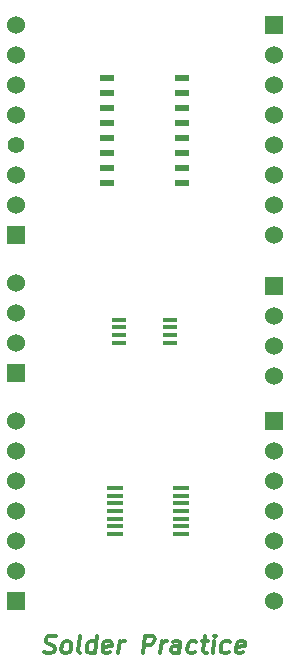
<source format=gts>
G04 (created by PCBNEW (2013-07-07 BZR 4022)-stable) date 1/28/2014 6:44:28 PM*
%MOIN*%
G04 Gerber Fmt 3.4, Leading zero omitted, Abs format*
%FSLAX34Y34*%
G01*
G70*
G90*
G04 APERTURE LIST*
%ADD10C,0.00590551*%
%ADD11C,0.011811*%
%ADD12R,0.0579X0.0165*%
%ADD13R,0.045X0.02*%
%ADD14R,0.06X0.06*%
%ADD15C,0.06*%
%ADD16C,0.055*%
%ADD17R,0.05X0.015*%
G04 APERTURE END LIST*
G54D10*
G54D11*
X76141Y-77310D02*
X76222Y-77339D01*
X76362Y-77339D01*
X76422Y-77310D01*
X76454Y-77282D01*
X76489Y-77226D01*
X76496Y-77170D01*
X76475Y-77114D01*
X76450Y-77085D01*
X76397Y-77057D01*
X76288Y-77029D01*
X76236Y-77001D01*
X76211Y-76973D01*
X76190Y-76917D01*
X76197Y-76860D01*
X76232Y-76804D01*
X76264Y-76776D01*
X76324Y-76748D01*
X76464Y-76748D01*
X76545Y-76776D01*
X76812Y-77339D02*
X76759Y-77310D01*
X76735Y-77282D01*
X76714Y-77226D01*
X76735Y-77057D01*
X76770Y-77001D01*
X76802Y-76973D01*
X76861Y-76945D01*
X76946Y-76945D01*
X76998Y-76973D01*
X77023Y-77001D01*
X77044Y-77057D01*
X77023Y-77226D01*
X76988Y-77282D01*
X76956Y-77310D01*
X76897Y-77339D01*
X76812Y-77339D01*
X77346Y-77339D02*
X77294Y-77310D01*
X77273Y-77254D01*
X77336Y-76748D01*
X77825Y-77339D02*
X77898Y-76748D01*
X77828Y-77310D02*
X77768Y-77339D01*
X77656Y-77339D01*
X77603Y-77310D01*
X77578Y-77282D01*
X77557Y-77226D01*
X77578Y-77057D01*
X77614Y-77001D01*
X77645Y-76973D01*
X77705Y-76945D01*
X77817Y-76945D01*
X77870Y-76973D01*
X78334Y-77310D02*
X78274Y-77339D01*
X78162Y-77339D01*
X78109Y-77310D01*
X78088Y-77254D01*
X78116Y-77029D01*
X78151Y-76973D01*
X78211Y-76945D01*
X78324Y-76945D01*
X78376Y-76973D01*
X78397Y-77029D01*
X78390Y-77085D01*
X78102Y-77142D01*
X78612Y-77339D02*
X78661Y-76945D01*
X78647Y-77057D02*
X78682Y-77001D01*
X78714Y-76973D01*
X78774Y-76945D01*
X78830Y-76945D01*
X79427Y-77339D02*
X79501Y-76748D01*
X79726Y-76748D01*
X79779Y-76776D01*
X79804Y-76804D01*
X79825Y-76860D01*
X79814Y-76945D01*
X79779Y-77001D01*
X79747Y-77029D01*
X79688Y-77057D01*
X79463Y-77057D01*
X80018Y-77339D02*
X80067Y-76945D01*
X80053Y-77057D02*
X80088Y-77001D01*
X80120Y-76973D01*
X80180Y-76945D01*
X80236Y-76945D01*
X80637Y-77339D02*
X80675Y-77029D01*
X80654Y-76973D01*
X80602Y-76945D01*
X80489Y-76945D01*
X80429Y-76973D01*
X80640Y-77310D02*
X80580Y-77339D01*
X80440Y-77339D01*
X80387Y-77310D01*
X80366Y-77254D01*
X80373Y-77198D01*
X80408Y-77142D01*
X80468Y-77114D01*
X80609Y-77114D01*
X80668Y-77085D01*
X81174Y-77310D02*
X81115Y-77339D01*
X81002Y-77339D01*
X80950Y-77310D01*
X80925Y-77282D01*
X80904Y-77226D01*
X80925Y-77057D01*
X80960Y-77001D01*
X80992Y-76973D01*
X81051Y-76945D01*
X81164Y-76945D01*
X81217Y-76973D01*
X81389Y-76945D02*
X81614Y-76945D01*
X81498Y-76748D02*
X81435Y-77254D01*
X81456Y-77310D01*
X81508Y-77339D01*
X81565Y-77339D01*
X81762Y-77339D02*
X81811Y-76945D01*
X81835Y-76748D02*
X81804Y-76776D01*
X81828Y-76804D01*
X81860Y-76776D01*
X81835Y-76748D01*
X81828Y-76804D01*
X82299Y-77310D02*
X82240Y-77339D01*
X82127Y-77339D01*
X82074Y-77310D01*
X82050Y-77282D01*
X82029Y-77226D01*
X82050Y-77057D01*
X82085Y-77001D01*
X82117Y-76973D01*
X82176Y-76945D01*
X82289Y-76945D01*
X82342Y-76973D01*
X82777Y-77310D02*
X82718Y-77339D01*
X82605Y-77339D01*
X82552Y-77310D01*
X82531Y-77254D01*
X82559Y-77029D01*
X82595Y-76973D01*
X82654Y-76945D01*
X82767Y-76945D01*
X82820Y-76973D01*
X82841Y-77029D01*
X82834Y-77085D01*
X82545Y-77142D01*
G54D12*
X78498Y-72600D03*
X78498Y-72856D03*
X78498Y-73112D03*
X78498Y-73368D03*
X80702Y-73368D03*
X78498Y-71832D03*
X78498Y-72088D03*
X78498Y-72344D03*
X80702Y-73112D03*
X80702Y-72856D03*
X80702Y-72600D03*
X80702Y-72344D03*
X80702Y-72088D03*
X80702Y-71832D03*
G54D13*
X80750Y-58150D03*
X80750Y-59150D03*
X80750Y-59650D03*
X80750Y-60150D03*
X80750Y-60650D03*
X80750Y-61150D03*
X80750Y-61650D03*
X78250Y-61650D03*
X78250Y-61150D03*
X78250Y-60650D03*
X78250Y-60150D03*
X78250Y-59650D03*
X78250Y-59150D03*
X78250Y-58650D03*
X78250Y-58150D03*
X80750Y-58650D03*
G54D14*
X83800Y-56400D03*
G54D15*
X83800Y-57400D03*
X83800Y-58400D03*
X83800Y-59400D03*
X83800Y-60400D03*
X83800Y-61400D03*
X83800Y-62400D03*
X83800Y-63400D03*
G54D14*
X75200Y-63400D03*
G54D15*
X75200Y-62400D03*
X75200Y-61400D03*
G54D16*
X75200Y-60400D03*
G54D15*
X75200Y-59400D03*
X75200Y-58400D03*
X75200Y-57400D03*
X75200Y-56400D03*
G54D14*
X83800Y-69600D03*
G54D15*
X83800Y-70600D03*
X83800Y-71600D03*
X83800Y-72600D03*
X83800Y-73600D03*
X83800Y-74600D03*
X83800Y-75600D03*
G54D14*
X75200Y-75600D03*
G54D15*
X75200Y-74600D03*
X75200Y-73600D03*
X75200Y-72600D03*
X75200Y-71600D03*
X75200Y-70600D03*
X75200Y-69600D03*
G54D14*
X83800Y-65100D03*
G54D15*
X83800Y-66100D03*
X83800Y-67100D03*
X83800Y-68100D03*
G54D14*
X75200Y-68000D03*
G54D15*
X75200Y-67000D03*
X75200Y-66000D03*
X75200Y-65000D03*
G54D17*
X78650Y-66216D03*
X78650Y-66472D03*
X78650Y-66728D03*
X78650Y-66984D03*
X80350Y-66984D03*
X80350Y-66728D03*
X80350Y-66472D03*
X80350Y-66216D03*
M02*

</source>
